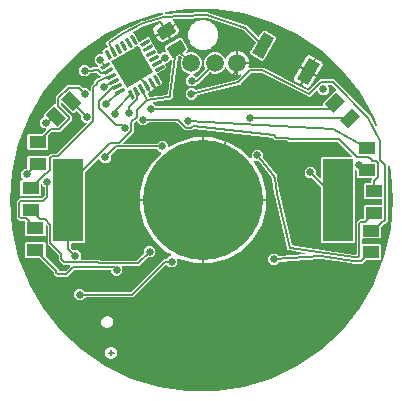
<source format=gbl>
G04 EAGLE Gerber RS-274X export*
G75*
%MOMM*%
%FSLAX34Y34*%
%LPD*%
%INBottom Copper*%
%IPPOS*%
%AMOC8*
5,1,8,0,0,1.08239X$1,22.5*%
G01*
G04 Define Apertures*
%ADD10C,0.152400*%
%ADD11R,2.540000X7.000000*%
%ADD12C,10.160000*%
%ADD13R,1.420200X1.031200*%
%ADD14R,1.031200X1.420200*%
%ADD15C,0.065000*%
%ADD16R,2.600000X2.600000*%
%ADD17R,2.000000X1.050000*%
%ADD18C,0.254000*%
%ADD19C,1.500000*%
%ADD20C,0.654800*%
%ADD21C,0.904800*%
G36*
X146907Y63028D02*
X147136Y63220D01*
X147272Y63485D01*
X147294Y63783D01*
X147249Y63962D01*
X144737Y70362D01*
X144688Y70463D01*
X132617Y91371D01*
X132553Y91464D01*
X117500Y110340D01*
X117424Y110422D01*
X99726Y126844D01*
X99638Y126913D01*
X79690Y140514D01*
X79593Y140570D01*
X57841Y151045D01*
X57737Y151086D01*
X34666Y158202D01*
X34557Y158227D01*
X10683Y161826D01*
X10572Y161834D01*
X-13572Y161834D01*
X-13683Y161826D01*
X-31838Y159089D01*
X-32118Y158987D01*
X-32337Y158783D01*
X-32458Y158511D01*
X-32464Y158212D01*
X-32353Y157935D01*
X-32142Y157724D01*
X-31866Y157611D01*
X-31676Y157599D01*
X-20030Y158376D01*
X-19880Y158417D01*
X-18804Y158458D01*
X-18782Y158459D01*
X-17725Y158529D01*
X-17554Y158505D01*
X2476Y159267D01*
X2780Y159345D01*
X3047Y159477D01*
X3414Y159352D01*
X3683Y159313D01*
X4071Y159328D01*
X4289Y159126D01*
X4559Y158965D01*
X36175Y148273D01*
X36418Y148233D01*
X36861Y148234D01*
X37032Y148064D01*
X37321Y147885D01*
X37549Y147808D01*
X37746Y147410D01*
X37889Y147211D01*
X46450Y138692D01*
X46699Y138528D01*
X46992Y138474D01*
X47284Y138539D01*
X47527Y138712D01*
X47628Y138849D01*
X50375Y143606D01*
X51594Y143933D01*
X61781Y138052D01*
X62108Y136832D01*
X51477Y118419D01*
X50257Y118092D01*
X40071Y123973D01*
X39744Y125193D01*
X44487Y133408D01*
X44582Y133691D01*
X44559Y133989D01*
X44367Y134315D01*
X34808Y143828D01*
X34519Y144006D01*
X3009Y154663D01*
X2740Y154702D01*
X-18544Y153892D01*
X-18565Y153891D01*
X-24918Y153468D01*
X-25206Y153389D01*
X-25441Y153204D01*
X-25585Y152943D01*
X-25615Y152646D01*
X-25518Y152344D01*
X-23772Y149320D01*
X-31361Y144939D01*
X-34980Y151208D01*
X-35077Y151152D01*
X-35072Y151269D01*
X-35175Y151549D01*
X-35380Y151766D01*
X-35653Y151886D01*
X-36035Y151870D01*
X-49620Y147647D01*
X-49740Y147598D01*
X-58976Y142858D01*
X-59210Y142672D01*
X-59351Y142409D01*
X-59380Y142112D01*
X-59290Y141827D01*
X-59096Y141600D01*
X-58828Y141466D01*
X-58725Y141439D01*
X-54766Y134582D01*
X-54568Y134359D01*
X-54299Y134230D01*
X-54001Y134216D01*
X-53742Y134308D01*
X-46885Y138266D01*
X-45406Y137870D01*
X-43665Y134855D01*
X-43749Y134542D01*
X-43767Y134244D01*
X-43668Y133963D01*
X-43466Y133742D01*
X-43218Y133624D01*
X-42906Y133540D01*
X-41165Y130525D01*
X-41249Y130212D01*
X-41267Y129914D01*
X-41168Y129633D01*
X-40966Y129412D01*
X-40718Y129293D01*
X-40406Y129210D01*
X-38665Y126194D01*
X-38749Y125882D01*
X-38767Y125584D01*
X-38668Y125302D01*
X-38466Y125082D01*
X-38218Y124963D01*
X-37906Y124880D01*
X-37313Y123854D01*
X-37116Y123630D01*
X-36846Y123501D01*
X-36548Y123488D01*
X-36268Y123591D01*
X-36134Y123698D01*
X-34359Y125473D01*
X-32127Y125473D01*
X-31834Y125532D01*
X-31588Y125701D01*
X-31427Y125953D01*
X-31377Y126247D01*
X-31477Y126598D01*
X-32602Y128547D01*
X-32003Y130783D01*
X-20100Y137655D01*
X-17865Y137056D01*
X-12897Y128453D01*
X-13496Y126217D01*
X-14344Y125727D01*
X-14567Y125530D01*
X-14696Y125260D01*
X-14710Y124962D01*
X-14606Y124682D01*
X-14401Y124465D01*
X-14128Y124345D01*
X-13830Y124341D01*
X-13682Y124385D01*
X-11730Y125193D01*
X-8140Y125193D01*
X-4824Y123820D01*
X-2285Y121281D01*
X-911Y117964D01*
X-911Y114374D01*
X-2285Y111058D01*
X-4824Y108519D01*
X-7714Y107322D01*
X-7961Y107155D01*
X-8124Y106905D01*
X-8177Y106611D01*
X-8110Y106320D01*
X-7957Y106099D01*
X-6193Y104335D01*
X-5944Y104170D01*
X-5651Y104115D01*
X-5359Y104179D01*
X-5132Y104335D01*
X1899Y111366D01*
X2063Y111615D01*
X2118Y111908D01*
X2061Y112183D01*
X1082Y114546D01*
X1082Y118136D01*
X2456Y121452D01*
X4995Y123991D01*
X8311Y125365D01*
X11901Y125365D01*
X15218Y123991D01*
X17757Y121452D01*
X18164Y120469D01*
X18331Y120222D01*
X18581Y120059D01*
X18875Y120007D01*
X19166Y120073D01*
X19408Y120248D01*
X19550Y120469D01*
X20266Y122199D01*
X23091Y125024D01*
X26781Y126552D01*
X28016Y126552D01*
X28016Y106472D01*
X26781Y106472D01*
X23091Y108001D01*
X20266Y110825D01*
X19621Y112384D01*
X19454Y112631D01*
X19204Y112794D01*
X18910Y112846D01*
X18619Y112780D01*
X18377Y112605D01*
X18235Y112383D01*
X17757Y111229D01*
X15218Y108691D01*
X11901Y107317D01*
X8311Y107317D01*
X5949Y108295D01*
X5656Y108352D01*
X5364Y108291D01*
X5131Y108133D01*
X-4167Y98834D01*
X-4954Y98834D01*
X-5246Y98775D01*
X-5484Y98614D01*
X-7776Y96322D01*
X-11751Y96322D01*
X-14562Y99133D01*
X-14562Y103107D01*
X-11671Y105998D01*
X-11506Y106247D01*
X-11451Y106541D01*
X-11515Y106832D01*
X-11688Y107076D01*
X-11914Y107222D01*
X-15047Y108519D01*
X-17585Y111058D01*
X-18959Y114374D01*
X-18959Y117964D01*
X-18055Y120148D01*
X-17997Y120441D01*
X-18059Y120733D01*
X-18227Y120976D01*
X-19451Y122153D01*
X-19703Y122313D01*
X-19997Y122362D01*
X-20346Y122262D01*
X-20987Y121892D01*
X-21211Y121694D01*
X-21356Y121337D01*
X-25258Y90639D01*
X-25328Y90086D01*
X-25551Y88333D01*
X-25551Y88333D01*
X-25632Y87698D01*
X-28342Y85041D01*
X-30229Y84839D01*
X-41964Y83584D01*
X-42249Y83493D01*
X-42475Y83299D01*
X-42609Y83032D01*
X-42627Y82734D01*
X-42528Y82453D01*
X-42415Y82307D01*
X-40070Y79963D01*
X-39821Y79798D01*
X-39539Y79743D01*
X100580Y79743D01*
X100873Y79802D01*
X101119Y79971D01*
X101280Y80223D01*
X101330Y80493D01*
X101330Y82001D01*
X112351Y93022D01*
X112559Y93164D01*
X112720Y93416D01*
X112770Y93710D01*
X112701Y94001D01*
X112551Y94217D01*
X109273Y97494D01*
X109024Y97659D01*
X108742Y97714D01*
X106720Y97714D01*
X106428Y97655D01*
X106182Y97486D01*
X106021Y97234D01*
X105971Y96940D01*
X106040Y96650D01*
X106190Y96434D01*
X106649Y95975D01*
X106649Y92000D01*
X103838Y89190D01*
X99863Y89190D01*
X97053Y92000D01*
X97053Y92009D01*
X96993Y92302D01*
X96825Y92548D01*
X96573Y92709D01*
X96279Y92759D01*
X95988Y92690D01*
X95772Y92540D01*
X91965Y88732D01*
X91824Y88537D01*
X91621Y88131D01*
X91403Y88058D01*
X91110Y87877D01*
X90947Y87714D01*
X90493Y87714D01*
X90256Y87676D01*
X89825Y87532D01*
X89619Y87635D01*
X89283Y87714D01*
X89053Y87714D01*
X88732Y88035D01*
X88537Y88176D01*
X49619Y107635D01*
X49283Y107714D01*
X41258Y107714D01*
X40965Y107655D01*
X40727Y107494D01*
X31881Y98648D01*
X31768Y98503D01*
X31473Y98012D01*
X31370Y97986D01*
X31022Y97789D01*
X30947Y97714D01*
X30374Y97714D01*
X30192Y97692D01*
X-4634Y88985D01*
X-4903Y88857D01*
X-5101Y88633D01*
X-5202Y88258D01*
X-5202Y88013D01*
X-8013Y85202D01*
X-11987Y85202D01*
X-14798Y88013D01*
X-14798Y91987D01*
X-11987Y94798D01*
X-8013Y94798D01*
X-6757Y93542D01*
X-6508Y93378D01*
X-6215Y93323D01*
X-6045Y93345D01*
X28630Y102014D01*
X28978Y102211D01*
X32316Y105549D01*
X32481Y105797D01*
X32535Y106091D01*
X32471Y106382D01*
X32299Y106626D01*
X32045Y106783D01*
X31750Y106828D01*
X31498Y106772D01*
X30775Y106472D01*
X29540Y106472D01*
X29540Y115750D01*
X38818Y115750D01*
X38818Y114515D01*
X38324Y113323D01*
X38267Y113030D01*
X38329Y112738D01*
X38499Y112493D01*
X38752Y112334D01*
X39017Y112286D01*
X49507Y112286D01*
X49744Y112325D01*
X50175Y112468D01*
X50381Y112365D01*
X50717Y112286D01*
X50947Y112286D01*
X51268Y111965D01*
X51463Y111824D01*
X85950Y94581D01*
X86239Y94503D01*
X86534Y94544D01*
X86791Y94697D01*
X86967Y94938D01*
X87035Y95228D01*
X86985Y95522D01*
X86824Y95774D01*
X86661Y95901D01*
X83464Y97747D01*
X89353Y107947D01*
X95440Y104433D01*
X90420Y95738D01*
X90351Y95532D01*
X90314Y95526D01*
X88150Y94947D01*
X87883Y94814D01*
X87689Y94587D01*
X87599Y94302D01*
X87627Y94005D01*
X87768Y93742D01*
X88009Y93551D01*
X89065Y93023D01*
X89353Y92946D01*
X89649Y92986D01*
X89931Y93164D01*
X91039Y94272D01*
X91204Y94520D01*
X91226Y94640D01*
X91298Y94648D01*
X91599Y94832D01*
X99053Y102286D01*
X110947Y102286D01*
X141110Y72123D01*
X141403Y71942D01*
X141621Y71869D01*
X141824Y71463D01*
X141965Y71268D01*
X142286Y70947D01*
X142286Y70717D01*
X142365Y70381D01*
X145880Y63353D01*
X146064Y63117D01*
X146325Y62973D01*
X146621Y62941D01*
X146907Y63028D01*
G37*
%LPC*%
G36*
X-1331Y127441D02*
X-1497Y127460D01*
X-2494Y127460D01*
X-3763Y127986D01*
X-3883Y128024D01*
X-5581Y128411D01*
X-6352Y129026D01*
X-6532Y129133D01*
X-7103Y129369D01*
X-8339Y130605D01*
X-8402Y130661D01*
X-10056Y131980D01*
X-10318Y132525D01*
X-10464Y132730D01*
X-10631Y132897D01*
X-11443Y134857D01*
X-11460Y134895D01*
X-12540Y137138D01*
X-12540Y142862D01*
X-11460Y145105D01*
X-11443Y145143D01*
X-10631Y147103D01*
X-10464Y147270D01*
X-10318Y147475D01*
X-10056Y148020D01*
X-8402Y149339D01*
X-8339Y149395D01*
X-7103Y150631D01*
X-6532Y150867D01*
X-6352Y150974D01*
X-5581Y151589D01*
X-3883Y151976D01*
X-3763Y152014D01*
X-2494Y152540D01*
X-1497Y152540D01*
X-1331Y152559D01*
X0Y152863D01*
X1331Y152559D01*
X1497Y152540D01*
X2494Y152540D01*
X3763Y152014D01*
X3883Y151976D01*
X5581Y151589D01*
X6352Y150974D01*
X6532Y150867D01*
X7103Y150631D01*
X8339Y149395D01*
X8402Y149339D01*
X10056Y148020D01*
X10318Y147475D01*
X10464Y147270D01*
X10631Y147103D01*
X11443Y145143D01*
X11460Y145105D01*
X12540Y142862D01*
X12540Y137138D01*
X11460Y134895D01*
X11443Y134857D01*
X10631Y132897D01*
X10464Y132730D01*
X10318Y132525D01*
X10056Y131980D01*
X8402Y130661D01*
X8339Y130605D01*
X7103Y129369D01*
X6532Y129133D01*
X6352Y129026D01*
X5581Y128411D01*
X3883Y128024D01*
X3763Y127986D01*
X2494Y127460D01*
X1497Y127460D01*
X1331Y127441D01*
X0Y127138D01*
X-1331Y127441D01*
G37*
G36*
X-42583Y143802D02*
X-41766Y146850D01*
X-36110Y150116D01*
X-32681Y144177D01*
X-40270Y139795D01*
X-42583Y143802D01*
G37*
G36*
X-30599Y143619D02*
X-23010Y148000D01*
X-20697Y143994D01*
X-21514Y140945D01*
X-27170Y137680D01*
X-30599Y143619D01*
G37*
G36*
X-37195Y134469D02*
X-39508Y138475D01*
X-31919Y142857D01*
X-28490Y136918D01*
X-34146Y133652D01*
X-37195Y134469D01*
G37*
G36*
X29540Y117274D02*
X29540Y126552D01*
X30775Y126552D01*
X34465Y125024D01*
X37289Y122199D01*
X38818Y118509D01*
X38818Y117274D01*
X29540Y117274D01*
G37*
G36*
X82709Y113542D02*
X87854Y122454D01*
X89886Y122999D01*
X94684Y120228D01*
X88795Y110028D01*
X82709Y113542D01*
G37*
G36*
X90115Y109266D02*
X96004Y119466D01*
X100802Y116696D01*
X101347Y114664D01*
X96202Y105752D01*
X90115Y109266D01*
G37*
G36*
X77346Y101279D02*
X76802Y103311D01*
X81947Y112223D01*
X88033Y108709D01*
X82144Y98509D01*
X77346Y101279D01*
G37*
%LPD*%
G36*
X10683Y-161826D02*
X34557Y-158227D01*
X34666Y-158202D01*
X57737Y-151086D01*
X57841Y-151045D01*
X79593Y-140570D01*
X79690Y-140514D01*
X99638Y-126913D01*
X99726Y-126844D01*
X117424Y-110422D01*
X117500Y-110340D01*
X132553Y-91464D01*
X132617Y-91371D01*
X144688Y-70463D01*
X144737Y-70362D01*
X153557Y-47888D01*
X153590Y-47780D01*
X158963Y-24243D01*
X158979Y-24132D01*
X160784Y-56D01*
X160784Y56D01*
X158979Y24132D01*
X158963Y24243D01*
X157934Y28749D01*
X157811Y29021D01*
X157592Y29223D01*
X157311Y29324D01*
X157013Y29307D01*
X156745Y29176D01*
X156550Y28950D01*
X156453Y28582D01*
X156453Y-17515D01*
X153775Y-20193D01*
X153351Y-20193D01*
X153058Y-20252D01*
X152820Y-20413D01*
X152281Y-20952D01*
X152074Y-21344D01*
X152073Y-21352D01*
X151524Y-21727D01*
X151417Y-21816D01*
X150809Y-22424D01*
X150677Y-22514D01*
X150517Y-22766D01*
X150466Y-23036D01*
X150466Y-31372D01*
X149573Y-32265D01*
X135490Y-32265D01*
X135198Y-32324D01*
X134951Y-32493D01*
X134791Y-32744D01*
X134740Y-33015D01*
X134740Y-36545D01*
X134800Y-36837D01*
X134968Y-37083D01*
X135220Y-37244D01*
X135490Y-37295D01*
X149573Y-37295D01*
X150466Y-38188D01*
X150466Y-49762D01*
X149573Y-50655D01*
X138297Y-50655D01*
X138005Y-50714D01*
X137767Y-50874D01*
X134925Y-53716D01*
X130770Y-53716D01*
X130477Y-53775D01*
X130323Y-53863D01*
X130209Y-53948D01*
X128783Y-53737D01*
X128783Y-53736D01*
X128699Y-53724D01*
X128589Y-53716D01*
X126151Y-53716D01*
X125891Y-53457D01*
X125642Y-53292D01*
X125471Y-53245D01*
X99552Y-49399D01*
X99387Y-49392D01*
X65128Y-51915D01*
X64841Y-51995D01*
X64653Y-52132D01*
X61987Y-54798D01*
X58013Y-54798D01*
X55202Y-51987D01*
X55202Y-48013D01*
X58013Y-45202D01*
X61987Y-45202D01*
X63942Y-47157D01*
X64191Y-47322D01*
X64528Y-47374D01*
X85953Y-45797D01*
X86240Y-45716D01*
X86473Y-45530D01*
X86615Y-45267D01*
X86644Y-44970D01*
X86554Y-44686D01*
X86360Y-44459D01*
X86008Y-44307D01*
X80748Y-43527D01*
X80748Y-43527D01*
X73442Y-42443D01*
X73162Y-42454D01*
X72801Y-42537D01*
X72534Y-42371D01*
X72247Y-42265D01*
X71935Y-42219D01*
X71715Y-41921D01*
X71509Y-41731D01*
X71194Y-41535D01*
X71123Y-41228D01*
X70995Y-40951D01*
X70807Y-40698D01*
X70862Y-40331D01*
X70850Y-40052D01*
X60797Y3329D01*
X60673Y3600D01*
X60662Y3611D01*
X60528Y4482D01*
X60517Y4537D01*
X60314Y5412D01*
X60338Y5476D01*
X60338Y5708D01*
X58496Y17631D01*
X58496Y17631D01*
X58303Y18874D01*
X58248Y19063D01*
X58219Y19129D01*
X58117Y19296D01*
X57896Y19570D01*
X46998Y33081D01*
X46768Y33271D01*
X46414Y33360D01*
X43630Y33360D01*
X43338Y33301D01*
X43092Y33132D01*
X42931Y32881D01*
X42881Y32586D01*
X42981Y32235D01*
X49705Y20588D01*
X53340Y7022D01*
X53340Y762D01*
X762Y762D01*
X762Y53340D01*
X7022Y53340D01*
X20588Y49705D01*
X32752Y42683D01*
X39762Y35672D01*
X40011Y35508D01*
X40304Y35453D01*
X40596Y35517D01*
X40839Y35690D01*
X40996Y35944D01*
X41042Y36203D01*
X41042Y40146D01*
X43853Y42956D01*
X47827Y42956D01*
X50638Y40146D01*
X50638Y36116D01*
X50697Y35823D01*
X50804Y35645D01*
X62465Y21188D01*
X62598Y21023D01*
X62822Y19572D01*
X63014Y18329D01*
X65011Y5404D01*
X65022Y5349D01*
X74968Y-37566D01*
X75092Y-37838D01*
X75312Y-38040D01*
X75588Y-38139D01*
X78931Y-38635D01*
X78931Y-38635D01*
X127898Y-45902D01*
X127898Y-45902D01*
X129124Y-46084D01*
X129422Y-46068D01*
X129690Y-45937D01*
X129886Y-45712D01*
X129984Y-45342D01*
X129984Y-45290D01*
X130113Y-45094D01*
X130168Y-44813D01*
X130168Y-18535D01*
X132846Y-15857D01*
X135405Y-15857D01*
X135698Y-15797D01*
X135944Y-15629D01*
X136105Y-15377D01*
X136155Y-15107D01*
X136155Y-4678D01*
X137048Y-3785D01*
X151131Y-3785D01*
X151424Y-3726D01*
X151670Y-3557D01*
X151831Y-3305D01*
X151881Y-3035D01*
X151881Y495D01*
X151822Y788D01*
X151653Y1034D01*
X151401Y1195D01*
X151131Y1245D01*
X137048Y1245D01*
X136155Y2138D01*
X136155Y13712D01*
X137048Y14605D01*
X141744Y14605D01*
X142037Y14664D01*
X142283Y14833D01*
X142444Y15085D01*
X142494Y15355D01*
X142494Y17293D01*
X142955Y17754D01*
X143120Y18003D01*
X143175Y18296D01*
X143110Y18588D01*
X142938Y18831D01*
X142684Y18988D01*
X142425Y19034D01*
X130926Y19034D01*
X130033Y19927D01*
X130033Y24669D01*
X129974Y24961D01*
X129814Y25199D01*
X129804Y25208D01*
X129555Y25373D01*
X129262Y25428D01*
X128971Y25364D01*
X128727Y25191D01*
X128570Y24937D01*
X128524Y24678D01*
X128524Y-35631D01*
X127631Y-36524D01*
X100969Y-36524D01*
X100076Y-35631D01*
X100076Y10842D01*
X100017Y11135D01*
X99856Y11373D01*
X92567Y18663D01*
X92318Y18827D01*
X92036Y18882D01*
X88843Y18882D01*
X86032Y21693D01*
X86032Y25668D01*
X88843Y28478D01*
X92818Y28478D01*
X95628Y25668D01*
X95628Y22377D01*
X95688Y22085D01*
X95848Y21847D01*
X98796Y18899D01*
X99045Y18734D01*
X99338Y18680D01*
X99630Y18744D01*
X99873Y18916D01*
X100030Y19170D01*
X100076Y19430D01*
X100076Y35631D01*
X100969Y36524D01*
X125705Y36524D01*
X125998Y36583D01*
X126244Y36752D01*
X126405Y37004D01*
X126455Y37298D01*
X126386Y37588D01*
X126236Y37804D01*
X114525Y49515D01*
X114276Y49679D01*
X113995Y49734D01*
X71660Y49734D01*
X70819Y50575D01*
X70570Y50740D01*
X70289Y50795D01*
X61126Y50795D01*
X59385Y52536D01*
X59137Y52700D01*
X58940Y52750D01*
X-7643Y60343D01*
X-7940Y60318D01*
X-8258Y60129D01*
X-9168Y59219D01*
X-15668Y59219D01*
X-22121Y65672D01*
X-22370Y65837D01*
X-22652Y65892D01*
X-46134Y65892D01*
X-46427Y65832D01*
X-46664Y65672D01*
X-48957Y63380D01*
X-52932Y63380D01*
X-55742Y66190D01*
X-55742Y66199D01*
X-55802Y66492D01*
X-55970Y66738D01*
X-56222Y66899D01*
X-56516Y66949D01*
X-56807Y66880D01*
X-57023Y66729D01*
X-58388Y65364D01*
X-58553Y65115D01*
X-58608Y64833D01*
X-58608Y57755D01*
X-67241Y49122D01*
X-67406Y48874D01*
X-67460Y48580D01*
X-67396Y48289D01*
X-67224Y48045D01*
X-66970Y47888D01*
X-66710Y47842D01*
X-39422Y47842D01*
X-39129Y47901D01*
X-38891Y48062D01*
X-36599Y50354D01*
X-32624Y50354D01*
X-29814Y47543D01*
X-29814Y45678D01*
X-29754Y45385D01*
X-29585Y45139D01*
X-29334Y44978D01*
X-29040Y44928D01*
X-28689Y45028D01*
X-20588Y49705D01*
X-7022Y53340D01*
X-762Y53340D01*
X-762Y762D01*
X-53340Y762D01*
X-53340Y7022D01*
X-49705Y20588D01*
X-42683Y32752D01*
X-35956Y39478D01*
X-35792Y39727D01*
X-35737Y40020D01*
X-35801Y40312D01*
X-35974Y40555D01*
X-36228Y40712D01*
X-36487Y40758D01*
X-36599Y40758D01*
X-38891Y43050D01*
X-39140Y43215D01*
X-39422Y43270D01*
X-72321Y43270D01*
X-72613Y43211D01*
X-72851Y43050D01*
X-77834Y38067D01*
X-77999Y37819D01*
X-78054Y37537D01*
X-78054Y34295D01*
X-80864Y31485D01*
X-84839Y31485D01*
X-87650Y34295D01*
X-87650Y34304D01*
X-87709Y34597D01*
X-87878Y34843D01*
X-88129Y35004D01*
X-88423Y35054D01*
X-88714Y34985D01*
X-88930Y34834D01*
X-99856Y23908D01*
X-100021Y23659D01*
X-100076Y23378D01*
X-100076Y-35631D01*
X-100969Y-36524D01*
X-111264Y-36524D01*
X-111557Y-36583D01*
X-111803Y-36752D01*
X-111964Y-37004D01*
X-112014Y-37274D01*
X-112014Y-39598D01*
X-111955Y-39890D01*
X-111794Y-40128D01*
X-109901Y-42021D01*
X-109652Y-42186D01*
X-109371Y-42241D01*
X-106129Y-42241D01*
X-103318Y-45052D01*
X-103318Y-49026D01*
X-103325Y-49033D01*
X-103490Y-49282D01*
X-103544Y-49575D01*
X-103480Y-49867D01*
X-103307Y-50110D01*
X-103054Y-50267D01*
X-102794Y-50313D01*
X-88129Y-50313D01*
X-87490Y-50952D01*
X-87241Y-51117D01*
X-86960Y-51172D01*
X-56208Y-51172D01*
X-55915Y-51112D01*
X-55678Y-50952D01*
X-50092Y-45367D01*
X-49927Y-45118D01*
X-49873Y-44837D01*
X-49873Y-41595D01*
X-47062Y-38784D01*
X-43087Y-38784D01*
X-40277Y-41595D01*
X-40277Y-45569D01*
X-43087Y-48380D01*
X-46329Y-48380D01*
X-46622Y-48439D01*
X-46859Y-48600D01*
X-54004Y-55744D01*
X-67819Y-55744D01*
X-68111Y-55803D01*
X-68357Y-55972D01*
X-68518Y-56223D01*
X-68568Y-56518D01*
X-68500Y-56808D01*
X-68349Y-57024D01*
X-68343Y-57030D01*
X-68343Y-61005D01*
X-71153Y-63816D01*
X-75128Y-63816D01*
X-77939Y-61005D01*
X-77939Y-59542D01*
X-77998Y-59249D01*
X-78167Y-59003D01*
X-78418Y-58842D01*
X-78689Y-58792D01*
X-108539Y-58792D01*
X-108832Y-58851D01*
X-109070Y-59011D01*
X-114896Y-64838D01*
X-117201Y-64838D01*
X-117374Y-64859D01*
X-118468Y-65119D01*
X-118743Y-64950D01*
X-119136Y-64838D01*
X-123781Y-64838D01*
X-126460Y-62160D01*
X-126460Y-60790D01*
X-126519Y-60497D01*
X-126679Y-60259D01*
X-138211Y-48728D01*
X-138460Y-48563D01*
X-138741Y-48508D01*
X-149610Y-48508D01*
X-150503Y-47615D01*
X-150503Y-36041D01*
X-149610Y-35148D01*
X-134146Y-35148D01*
X-133253Y-36041D01*
X-133253Y-46909D01*
X-133194Y-47202D01*
X-133033Y-47440D01*
X-121888Y-58585D01*
X-121888Y-59516D01*
X-121828Y-59809D01*
X-121660Y-60055D01*
X-121408Y-60216D01*
X-121138Y-60266D01*
X-118632Y-60266D01*
X-118458Y-60246D01*
X-117857Y-60103D01*
X-117667Y-60172D01*
X-117381Y-60161D01*
X-117091Y-60092D01*
X-117060Y-60104D01*
X-116762Y-60089D01*
X-116416Y-59893D01*
X-112689Y-56165D01*
X-112524Y-55917D01*
X-112470Y-55623D01*
X-112534Y-55332D01*
X-112706Y-55088D01*
X-112960Y-54931D01*
X-113220Y-54885D01*
X-118348Y-54885D01*
X-122286Y-50947D01*
X-122286Y-46490D01*
X-122345Y-46198D01*
X-122506Y-45960D01*
X-131572Y-36894D01*
X-131572Y-21798D01*
X-131631Y-21505D01*
X-131792Y-21267D01*
X-131973Y-21086D01*
X-132221Y-20921D01*
X-132515Y-20867D01*
X-132806Y-20931D01*
X-133050Y-21103D01*
X-133207Y-21357D01*
X-133253Y-21617D01*
X-133253Y-29225D01*
X-134146Y-30118D01*
X-149610Y-30118D01*
X-150503Y-29225D01*
X-150503Y-18403D01*
X-150562Y-18110D01*
X-150731Y-17864D01*
X-150983Y-17703D01*
X-151253Y-17653D01*
X-155045Y-17653D01*
X-157723Y-14975D01*
X-157723Y-875D01*
X-155045Y1803D01*
X-136581Y1803D01*
X-136289Y1862D01*
X-136051Y2023D01*
X-134304Y3770D01*
X-134139Y4019D01*
X-134084Y4300D01*
X-134084Y10963D01*
X-134143Y11255D01*
X-134304Y11493D01*
X-136145Y13334D01*
X-136394Y13499D01*
X-136687Y13553D01*
X-136979Y13489D01*
X-137222Y13317D01*
X-137379Y13063D01*
X-137425Y12804D01*
X-137425Y4678D01*
X-138318Y3785D01*
X-153782Y3785D01*
X-154675Y4678D01*
X-154675Y16252D01*
X-153782Y17145D01*
X-152961Y17145D01*
X-152669Y17204D01*
X-152422Y17373D01*
X-152261Y17625D01*
X-152211Y17919D01*
X-152280Y18209D01*
X-152431Y18425D01*
X-154110Y20105D01*
X-154110Y24079D01*
X-151299Y26890D01*
X-149375Y26890D01*
X-149082Y26950D01*
X-148836Y27118D01*
X-148675Y27370D01*
X-148625Y27640D01*
X-148625Y36592D01*
X-147732Y37485D01*
X-132268Y37485D01*
X-132155Y37372D01*
X-131906Y37207D01*
X-131612Y37152D01*
X-131321Y37216D01*
X-131094Y37372D01*
X-130453Y38013D01*
X-128894Y39572D01*
X-123972Y39572D01*
X-123679Y39631D01*
X-123441Y39792D01*
X-98785Y64448D01*
X-98620Y64697D01*
X-98566Y64990D01*
X-98630Y65282D01*
X-98802Y65525D01*
X-99056Y65682D01*
X-99316Y65728D01*
X-100367Y65728D01*
X-103178Y68539D01*
X-103178Y71780D01*
X-103237Y72073D01*
X-103397Y72311D01*
X-106759Y75673D01*
X-107008Y75837D01*
X-107302Y75892D01*
X-107593Y75828D01*
X-107820Y75673D01*
X-109572Y73921D01*
X-110834Y73921D01*
X-118965Y82052D01*
X-119214Y82216D01*
X-119507Y82271D01*
X-119799Y82207D01*
X-120042Y82034D01*
X-120199Y81780D01*
X-120245Y81521D01*
X-120245Y80840D01*
X-120186Y80547D01*
X-120025Y80309D01*
X-111343Y71627D01*
X-111343Y67839D01*
X-121313Y57869D01*
X-127782Y57869D01*
X-128075Y57810D01*
X-128313Y57649D01*
X-131155Y54807D01*
X-131320Y54558D01*
X-131375Y54276D01*
X-131375Y43408D01*
X-132268Y42515D01*
X-147732Y42515D01*
X-148625Y43408D01*
X-148625Y54982D01*
X-147732Y55875D01*
X-136864Y55875D01*
X-136571Y55934D01*
X-136333Y56095D01*
X-132808Y59620D01*
X-132643Y59869D01*
X-132588Y60162D01*
X-132652Y60454D01*
X-132825Y60697D01*
X-133079Y60854D01*
X-133338Y60901D01*
X-135110Y60901D01*
X-137921Y63711D01*
X-137921Y67686D01*
X-135080Y70527D01*
X-134935Y70556D01*
X-134689Y70725D01*
X-134528Y70976D01*
X-134478Y71270D01*
X-134547Y71561D01*
X-134698Y71777D01*
X-134773Y71852D01*
X-134773Y73115D01*
X-126588Y81299D01*
X-125567Y81299D01*
X-125275Y81359D01*
X-125028Y81527D01*
X-124868Y81779D01*
X-124817Y82049D01*
X-124817Y87381D01*
X-114847Y97351D01*
X-104476Y97351D01*
X-102131Y95006D01*
X-101882Y94841D01*
X-101601Y94786D01*
X-98359Y94786D01*
X-96386Y92813D01*
X-96137Y92648D01*
X-95844Y92594D01*
X-95552Y92658D01*
X-95309Y92830D01*
X-95152Y93084D01*
X-95106Y93343D01*
X-95106Y96577D01*
X-92645Y99037D01*
X-92480Y99286D01*
X-92426Y99580D01*
X-92479Y99799D01*
X-92325Y100257D01*
X-92286Y100496D01*
X-92286Y100947D01*
X-92121Y101112D01*
X-91940Y101404D01*
X-91866Y101625D01*
X-91462Y101826D01*
X-91266Y101967D01*
X-90947Y102286D01*
X-90713Y102286D01*
X-90379Y102364D01*
X-86809Y104139D01*
X-86574Y104322D01*
X-86429Y104583D01*
X-86397Y104880D01*
X-86483Y105166D01*
X-86674Y105395D01*
X-86939Y105532D01*
X-87143Y105561D01*
X-87264Y105561D01*
X-89664Y107961D01*
X-89913Y108126D01*
X-90195Y108181D01*
X-91525Y108181D01*
X-91818Y108122D01*
X-92055Y107961D01*
X-92433Y107584D01*
X-95265Y107584D01*
X-95558Y107524D01*
X-95795Y107364D01*
X-98088Y105072D01*
X-102063Y105072D01*
X-104873Y107882D01*
X-104873Y111857D01*
X-102063Y114668D01*
X-98088Y114668D01*
X-95795Y112375D01*
X-95547Y112211D01*
X-95265Y112156D01*
X-94638Y112156D01*
X-94345Y112215D01*
X-94107Y112375D01*
X-93730Y112753D01*
X-89422Y112753D01*
X-89130Y112812D01*
X-88883Y112981D01*
X-88698Y113309D01*
X-88613Y113624D01*
X-88595Y113922D01*
X-88694Y114204D01*
X-88807Y114349D01*
X-91624Y117165D01*
X-91624Y121140D01*
X-88813Y123951D01*
X-85316Y123951D01*
X-85024Y124010D01*
X-84777Y124179D01*
X-84617Y124430D01*
X-84567Y124725D01*
X-84667Y125076D01*
X-85266Y126115D01*
X-84870Y127594D01*
X-81855Y129335D01*
X-81701Y129294D01*
X-81403Y129276D01*
X-81121Y129375D01*
X-80901Y129576D01*
X-80776Y129847D01*
X-80768Y130146D01*
X-80832Y130346D01*
X-81528Y131779D01*
X-81584Y131875D01*
X-82003Y132487D01*
X-82007Y132715D01*
X-82044Y132823D01*
X-81805Y133515D01*
X-81776Y133623D01*
X-81640Y134351D01*
X-81481Y134515D01*
X-81431Y134618D01*
X-80773Y134939D01*
X-80677Y134994D01*
X-70777Y141774D01*
X-70569Y141988D01*
X-70532Y142067D01*
X-69843Y142421D01*
X-69762Y142469D01*
X-69112Y142914D01*
X-68930Y142917D01*
X-68748Y142982D01*
X-52447Y151348D01*
X-52214Y151534D01*
X-52134Y151653D01*
X-51479Y151857D01*
X-51359Y151906D01*
X-50747Y152220D01*
X-50467Y152189D01*
X-50311Y152220D01*
X-34444Y157152D01*
X-34102Y157374D01*
X-34065Y157416D01*
X-33918Y157675D01*
X-33882Y157972D01*
X-33966Y158258D01*
X-34154Y158490D01*
X-34418Y158629D01*
X-34742Y158652D01*
X-37557Y158227D01*
X-37666Y158202D01*
X-60737Y151086D01*
X-60841Y151045D01*
X-82593Y140570D01*
X-82690Y140514D01*
X-102638Y126913D01*
X-102726Y126844D01*
X-120424Y110422D01*
X-120500Y110340D01*
X-135553Y91464D01*
X-135617Y91371D01*
X-147688Y70463D01*
X-147737Y70362D01*
X-156557Y47888D01*
X-156590Y47780D01*
X-161963Y24243D01*
X-161979Y24132D01*
X-163784Y56D01*
X-163784Y-56D01*
X-161979Y-24132D01*
X-161963Y-24243D01*
X-156590Y-47780D01*
X-156557Y-47888D01*
X-147737Y-70362D01*
X-147688Y-70463D01*
X-135617Y-91371D01*
X-135553Y-91464D01*
X-120500Y-110340D01*
X-120424Y-110422D01*
X-102726Y-126844D01*
X-102638Y-126913D01*
X-82690Y-140514D01*
X-82593Y-140570D01*
X-60841Y-151045D01*
X-60737Y-151086D01*
X-37666Y-158202D01*
X-37557Y-158227D01*
X-13683Y-161826D01*
X-13572Y-161834D01*
X10572Y-161834D01*
X10683Y-161826D01*
G37*
%LPC*%
G36*
X762Y-53340D02*
X762Y-762D01*
X53340Y-762D01*
X53340Y-7022D01*
X49705Y-20588D01*
X42683Y-32752D01*
X32752Y-42683D01*
X20588Y-49705D01*
X7022Y-53340D01*
X762Y-53340D01*
G37*
G36*
X-106244Y-84759D02*
X-109055Y-81949D01*
X-109055Y-77974D01*
X-106244Y-75163D01*
X-102269Y-75163D01*
X-99977Y-77456D01*
X-99728Y-77620D01*
X-99447Y-77675D01*
X-61219Y-77675D01*
X-60926Y-77616D01*
X-60688Y-77456D01*
X-32876Y-49643D01*
X-31509Y-49643D01*
X-31216Y-49583D01*
X-30978Y-49423D01*
X-28686Y-47131D01*
X-27846Y-47131D01*
X-27554Y-47071D01*
X-27307Y-46903D01*
X-27147Y-46651D01*
X-27097Y-46357D01*
X-27165Y-46066D01*
X-27342Y-45826D01*
X-27471Y-45731D01*
X-32752Y-42683D01*
X-42683Y-32752D01*
X-49705Y-20588D01*
X-53340Y-7022D01*
X-53340Y-762D01*
X-762Y-762D01*
X-762Y-53340D01*
X-7022Y-53340D01*
X-20588Y-49705D01*
X-20776Y-49597D01*
X-21059Y-49502D01*
X-21356Y-49525D01*
X-21621Y-49662D01*
X-21812Y-49892D01*
X-21901Y-50246D01*
X-21901Y-53916D01*
X-24711Y-56727D01*
X-28686Y-56727D01*
X-30560Y-54853D01*
X-30809Y-54688D01*
X-31102Y-54634D01*
X-31394Y-54698D01*
X-31620Y-54853D01*
X-59014Y-82247D01*
X-99447Y-82247D01*
X-99739Y-82307D01*
X-99977Y-82467D01*
X-102269Y-84759D01*
X-106244Y-84759D01*
G37*
G36*
X-84160Y-107400D02*
X-86120Y-104703D01*
X-86120Y-101369D01*
X-84160Y-98672D01*
X-80990Y-97642D01*
X-77820Y-98672D01*
X-75860Y-101369D01*
X-75860Y-104703D01*
X-77820Y-107400D01*
X-80990Y-108430D01*
X-84160Y-107400D01*
G37*
G36*
X-81066Y-133573D02*
X-83026Y-130876D01*
X-83026Y-127543D01*
X-81066Y-124846D01*
X-77896Y-123816D01*
X-74726Y-124846D01*
X-72766Y-127543D01*
X-72766Y-130876D01*
X-74726Y-133573D01*
X-77896Y-134603D01*
X-81066Y-133573D01*
G37*
%LPD*%
G36*
X-30716Y89385D02*
X-30475Y89453D01*
X-30393Y89491D01*
X-30154Y89670D01*
X-30041Y89836D01*
X-30001Y89918D01*
X-29928Y90157D01*
X-26393Y117969D01*
X-26415Y118267D01*
X-26551Y118532D01*
X-26780Y118723D01*
X-27066Y118810D01*
X-27363Y118779D01*
X-27667Y118594D01*
X-30384Y115877D01*
X-31409Y115877D01*
X-31702Y115818D01*
X-31948Y115649D01*
X-32109Y115397D01*
X-32159Y115103D01*
X-32059Y114752D01*
X-31165Y113204D01*
X-31561Y111724D01*
X-38418Y107766D01*
X-38641Y107568D01*
X-38770Y107299D01*
X-38784Y107001D01*
X-38692Y106742D01*
X-34734Y99885D01*
X-35130Y98406D01*
X-38145Y96665D01*
X-38458Y96749D01*
X-38756Y96767D01*
X-39037Y96668D01*
X-39258Y96466D01*
X-39376Y96218D01*
X-39460Y95906D01*
X-42277Y94279D01*
X-42501Y94082D01*
X-42626Y93824D01*
X-42918Y92736D01*
X-44130Y92036D01*
X-47806Y98403D01*
X-49126Y97641D01*
X-45450Y91274D01*
X-46580Y90622D01*
X-46804Y90424D01*
X-46933Y90155D01*
X-46946Y89857D01*
X-46860Y89607D01*
X-46074Y88200D01*
X-45880Y87974D01*
X-45612Y87841D01*
X-45340Y87820D01*
X-30716Y89385D01*
G37*
D10*
X-75692Y-129095D02*
X-80009Y-129095D01*
X-77850Y-131253D02*
X-77850Y-126936D01*
D11*
X114300Y0D03*
X-114300Y0D03*
D12*
X0Y0D03*
D13*
X-146050Y10465D03*
X-146050Y-7925D03*
D14*
G36*
X110146Y74078D02*
X102854Y81370D01*
X112896Y91412D01*
X120188Y84120D01*
X110146Y74078D01*
G37*
G36*
X123150Y61074D02*
X115858Y68366D01*
X125900Y78408D01*
X133192Y71116D01*
X123150Y61074D01*
G37*
D13*
X144780Y7925D03*
X144780Y-10465D03*
D14*
G36*
X-115915Y69733D02*
X-123207Y62441D01*
X-133249Y72483D01*
X-125957Y79775D01*
X-115915Y69733D01*
G37*
G36*
X-102911Y82737D02*
X-110203Y75445D01*
X-120245Y85487D01*
X-112953Y92779D01*
X-102911Y82737D01*
G37*
D15*
X-73376Y89719D02*
X-66925Y93443D01*
X-73376Y89719D02*
X-74351Y91407D01*
X-67900Y95131D01*
X-66925Y93443D01*
X-72307Y90336D02*
X-73732Y90336D01*
X-74089Y90953D02*
X-71238Y90953D01*
X-70170Y91570D02*
X-74069Y91570D01*
X-73000Y92187D02*
X-69101Y92187D01*
X-68032Y92804D02*
X-71931Y92804D01*
X-70862Y93421D02*
X-66963Y93421D01*
X-67269Y94038D02*
X-69793Y94038D01*
X-68725Y94655D02*
X-67625Y94655D01*
X-69425Y97773D02*
X-75876Y94049D01*
X-76851Y95737D01*
X-70400Y99461D01*
X-69425Y97773D01*
X-74807Y94666D02*
X-76232Y94666D01*
X-76589Y95283D02*
X-73738Y95283D01*
X-72670Y95900D02*
X-76569Y95900D01*
X-75500Y96517D02*
X-71601Y96517D01*
X-70532Y97134D02*
X-74431Y97134D01*
X-73362Y97751D02*
X-69463Y97751D01*
X-69769Y98368D02*
X-72293Y98368D01*
X-71225Y98985D02*
X-70125Y98985D01*
X-71925Y102103D02*
X-78376Y98379D01*
X-79351Y100067D01*
X-72900Y103791D01*
X-71925Y102103D01*
X-77307Y98996D02*
X-78732Y98996D01*
X-79089Y99613D02*
X-76238Y99613D01*
X-75170Y100230D02*
X-79069Y100230D01*
X-78000Y100847D02*
X-74101Y100847D01*
X-73032Y101464D02*
X-76931Y101464D01*
X-75862Y102081D02*
X-71963Y102081D01*
X-72269Y102698D02*
X-74793Y102698D01*
X-73725Y103315D02*
X-72625Y103315D01*
X-74425Y106433D02*
X-80876Y102709D01*
X-81851Y104397D01*
X-75400Y108121D01*
X-74425Y106433D01*
X-79807Y103326D02*
X-81232Y103326D01*
X-81589Y103943D02*
X-78738Y103943D01*
X-77670Y104560D02*
X-81569Y104560D01*
X-80500Y105177D02*
X-76601Y105177D01*
X-75532Y105794D02*
X-79431Y105794D01*
X-78362Y106411D02*
X-74463Y106411D01*
X-74769Y107028D02*
X-77293Y107028D01*
X-76225Y107645D02*
X-75125Y107645D01*
X-76925Y110763D02*
X-83376Y107039D01*
X-84351Y108727D01*
X-77900Y112451D01*
X-76925Y110763D01*
X-82307Y107656D02*
X-83732Y107656D01*
X-84089Y108273D02*
X-81238Y108273D01*
X-80170Y108890D02*
X-84069Y108890D01*
X-83000Y109507D02*
X-79101Y109507D01*
X-78032Y110124D02*
X-81931Y110124D01*
X-80862Y110741D02*
X-76963Y110741D01*
X-77269Y111358D02*
X-79793Y111358D01*
X-78725Y111975D02*
X-77625Y111975D01*
X-79425Y115093D02*
X-85876Y111369D01*
X-86851Y113057D01*
X-80400Y116781D01*
X-79425Y115093D01*
X-84807Y111986D02*
X-86232Y111986D01*
X-86589Y112603D02*
X-83738Y112603D01*
X-82670Y113220D02*
X-86569Y113220D01*
X-85500Y113837D02*
X-81601Y113837D01*
X-80532Y114454D02*
X-84431Y114454D01*
X-83362Y115071D02*
X-79463Y115071D01*
X-79769Y115688D02*
X-82293Y115688D01*
X-81225Y116305D02*
X-80125Y116305D01*
X-52101Y130869D02*
X-45650Y134593D01*
X-52101Y130869D02*
X-53076Y132557D01*
X-46625Y136281D01*
X-45650Y134593D01*
X-51032Y131486D02*
X-52457Y131486D01*
X-52814Y132103D02*
X-49963Y132103D01*
X-48895Y132720D02*
X-52794Y132720D01*
X-51725Y133337D02*
X-47826Y133337D01*
X-46757Y133954D02*
X-50656Y133954D01*
X-49587Y134571D02*
X-45688Y134571D01*
X-45994Y135188D02*
X-48518Y135188D01*
X-47450Y135805D02*
X-46350Y135805D01*
X-43150Y130263D02*
X-49601Y126539D01*
X-50576Y128227D01*
X-44125Y131951D01*
X-43150Y130263D01*
X-48532Y127156D02*
X-49957Y127156D01*
X-50314Y127773D02*
X-47463Y127773D01*
X-46395Y128390D02*
X-50294Y128390D01*
X-49225Y129007D02*
X-45326Y129007D01*
X-44257Y129624D02*
X-48156Y129624D01*
X-47087Y130241D02*
X-43188Y130241D01*
X-43494Y130858D02*
X-46018Y130858D01*
X-44950Y131475D02*
X-43850Y131475D01*
X-40650Y125933D02*
X-47101Y122209D01*
X-48076Y123897D01*
X-41625Y127621D01*
X-40650Y125933D01*
X-46032Y122826D02*
X-47457Y122826D01*
X-47814Y123443D02*
X-44963Y123443D01*
X-43895Y124060D02*
X-47794Y124060D01*
X-46725Y124677D02*
X-42826Y124677D01*
X-41757Y125294D02*
X-45656Y125294D01*
X-44587Y125911D02*
X-40688Y125911D01*
X-40994Y126528D02*
X-43518Y126528D01*
X-42450Y127145D02*
X-41350Y127145D01*
X-38150Y121603D02*
X-44601Y117879D01*
X-45576Y119567D01*
X-39125Y123291D01*
X-38150Y121603D01*
X-43532Y118496D02*
X-44957Y118496D01*
X-45314Y119113D02*
X-42463Y119113D01*
X-41395Y119730D02*
X-45294Y119730D01*
X-44225Y120347D02*
X-40326Y120347D01*
X-39257Y120964D02*
X-43156Y120964D01*
X-42087Y121581D02*
X-38188Y121581D01*
X-38494Y122198D02*
X-41018Y122198D01*
X-39950Y122815D02*
X-38850Y122815D01*
X-35650Y117273D02*
X-42101Y113549D01*
X-43076Y115237D01*
X-36625Y118961D01*
X-35650Y117273D01*
X-41032Y114166D02*
X-42457Y114166D01*
X-42814Y114783D02*
X-39963Y114783D01*
X-38895Y115400D02*
X-42794Y115400D01*
X-41725Y116017D02*
X-37826Y116017D01*
X-36757Y116634D02*
X-40656Y116634D01*
X-39587Y117251D02*
X-35688Y117251D01*
X-35994Y117868D02*
X-38518Y117868D01*
X-37450Y118485D02*
X-36350Y118485D01*
X-33150Y112943D02*
X-39601Y109219D01*
X-40576Y110907D01*
X-34125Y114631D01*
X-33150Y112943D01*
X-38532Y109836D02*
X-39957Y109836D01*
X-40314Y110453D02*
X-37463Y110453D01*
X-36395Y111070D02*
X-40294Y111070D01*
X-39225Y111687D02*
X-35326Y111687D01*
X-34257Y112304D02*
X-38156Y112304D01*
X-37087Y112921D02*
X-33188Y112921D01*
X-33494Y113538D02*
X-36018Y113538D01*
X-34950Y114155D02*
X-33850Y114155D01*
X-40443Y106076D02*
X-36719Y99625D01*
X-38407Y98650D01*
X-42131Y105101D01*
X-40443Y106076D01*
X-38763Y99267D02*
X-37339Y99267D01*
X-36869Y99884D02*
X-39119Y99884D01*
X-39476Y100501D02*
X-37225Y100501D01*
X-37581Y101118D02*
X-39832Y101118D01*
X-40188Y101735D02*
X-37937Y101735D01*
X-38293Y102352D02*
X-40544Y102352D01*
X-40900Y102969D02*
X-38649Y102969D01*
X-39006Y103586D02*
X-41256Y103586D01*
X-41613Y104203D02*
X-39362Y104203D01*
X-39718Y104820D02*
X-41969Y104820D01*
X-41549Y105437D02*
X-40074Y105437D01*
X-40430Y106054D02*
X-40481Y106054D01*
X-44773Y103576D02*
X-41049Y97125D01*
X-42737Y96150D01*
X-46461Y102601D01*
X-44773Y103576D01*
X-43093Y96767D02*
X-41669Y96767D01*
X-41199Y97384D02*
X-43449Y97384D01*
X-43806Y98001D02*
X-41555Y98001D01*
X-41911Y98618D02*
X-44162Y98618D01*
X-44518Y99235D02*
X-42267Y99235D01*
X-42623Y99852D02*
X-44874Y99852D01*
X-45230Y100469D02*
X-42979Y100469D01*
X-43336Y101086D02*
X-45586Y101086D01*
X-45943Y101703D02*
X-43692Y101703D01*
X-44048Y102320D02*
X-46299Y102320D01*
X-45879Y102937D02*
X-44404Y102937D01*
X-44760Y103554D02*
X-44811Y103554D01*
X-49103Y101076D02*
X-45379Y94625D01*
X-47067Y93650D01*
X-50791Y100101D01*
X-49103Y101076D01*
X-47423Y94267D02*
X-45999Y94267D01*
X-45529Y94884D02*
X-47779Y94884D01*
X-48136Y95501D02*
X-45885Y95501D01*
X-46241Y96118D02*
X-48492Y96118D01*
X-48848Y96735D02*
X-46597Y96735D01*
X-46953Y97352D02*
X-49204Y97352D01*
X-49560Y97969D02*
X-47309Y97969D01*
X-47666Y98586D02*
X-49916Y98586D01*
X-50273Y99203D02*
X-48022Y99203D01*
X-48378Y99820D02*
X-50629Y99820D01*
X-50209Y100437D02*
X-48734Y100437D01*
X-49090Y101054D02*
X-49141Y101054D01*
X-53433Y98576D02*
X-49709Y92125D01*
X-51397Y91150D01*
X-55121Y97601D01*
X-53433Y98576D01*
X-51753Y91767D02*
X-50329Y91767D01*
X-49859Y92384D02*
X-52109Y92384D01*
X-52466Y93001D02*
X-50215Y93001D01*
X-50571Y93618D02*
X-52822Y93618D01*
X-53178Y94235D02*
X-50927Y94235D01*
X-51283Y94852D02*
X-53534Y94852D01*
X-53890Y95469D02*
X-51639Y95469D01*
X-51996Y96086D02*
X-54246Y96086D01*
X-54603Y96703D02*
X-52352Y96703D01*
X-52708Y97320D02*
X-54959Y97320D01*
X-54539Y97937D02*
X-53064Y97937D01*
X-53420Y98554D02*
X-53471Y98554D01*
X-57763Y96076D02*
X-54039Y89625D01*
X-55727Y88650D01*
X-59451Y95101D01*
X-57763Y96076D01*
X-56083Y89267D02*
X-54659Y89267D01*
X-54189Y89884D02*
X-56439Y89884D01*
X-56796Y90501D02*
X-54545Y90501D01*
X-54901Y91118D02*
X-57152Y91118D01*
X-57508Y91735D02*
X-55257Y91735D01*
X-55613Y92352D02*
X-57864Y92352D01*
X-58220Y92969D02*
X-55969Y92969D01*
X-56326Y93586D02*
X-58576Y93586D01*
X-58933Y94203D02*
X-56682Y94203D01*
X-57038Y94820D02*
X-59289Y94820D01*
X-58869Y95437D02*
X-57394Y95437D01*
X-57750Y96054D02*
X-57801Y96054D01*
X-62093Y93576D02*
X-58369Y87125D01*
X-60057Y86150D01*
X-63781Y92601D01*
X-62093Y93576D01*
X-60413Y86767D02*
X-58989Y86767D01*
X-58519Y87384D02*
X-60769Y87384D01*
X-61126Y88001D02*
X-58875Y88001D01*
X-59231Y88618D02*
X-61482Y88618D01*
X-61838Y89235D02*
X-59587Y89235D01*
X-59943Y89852D02*
X-62194Y89852D01*
X-62550Y90469D02*
X-60299Y90469D01*
X-60656Y91086D02*
X-62906Y91086D01*
X-63263Y91703D02*
X-61012Y91703D01*
X-61368Y92320D02*
X-63619Y92320D01*
X-63199Y92937D02*
X-61724Y92937D01*
X-62080Y93554D02*
X-62131Y93554D01*
X-77869Y120899D02*
X-81593Y127350D01*
X-77869Y120899D02*
X-79557Y119924D01*
X-83281Y126375D01*
X-81593Y127350D01*
X-79913Y120541D02*
X-78489Y120541D01*
X-78019Y121158D02*
X-80269Y121158D01*
X-80626Y121775D02*
X-78375Y121775D01*
X-78731Y122392D02*
X-80982Y122392D01*
X-81338Y123009D02*
X-79087Y123009D01*
X-79443Y123626D02*
X-81694Y123626D01*
X-82050Y124243D02*
X-79799Y124243D01*
X-80156Y124860D02*
X-82406Y124860D01*
X-82763Y125477D02*
X-80512Y125477D01*
X-80868Y126094D02*
X-83119Y126094D01*
X-82699Y126711D02*
X-81224Y126711D01*
X-81580Y127328D02*
X-81631Y127328D01*
X-77263Y129850D02*
X-73539Y123399D01*
X-75227Y122424D01*
X-78951Y128875D01*
X-77263Y129850D01*
X-75583Y123041D02*
X-74159Y123041D01*
X-73689Y123658D02*
X-75939Y123658D01*
X-76296Y124275D02*
X-74045Y124275D01*
X-74401Y124892D02*
X-76652Y124892D01*
X-77008Y125509D02*
X-74757Y125509D01*
X-75113Y126126D02*
X-77364Y126126D01*
X-77720Y126743D02*
X-75469Y126743D01*
X-75826Y127360D02*
X-78076Y127360D01*
X-78433Y127977D02*
X-76182Y127977D01*
X-76538Y128594D02*
X-78789Y128594D01*
X-78369Y129211D02*
X-76894Y129211D01*
X-77250Y129828D02*
X-77301Y129828D01*
X-72933Y132350D02*
X-69209Y125899D01*
X-70897Y124924D01*
X-74621Y131375D01*
X-72933Y132350D01*
X-71253Y125541D02*
X-69829Y125541D01*
X-69359Y126158D02*
X-71609Y126158D01*
X-71966Y126775D02*
X-69715Y126775D01*
X-70071Y127392D02*
X-72322Y127392D01*
X-72678Y128009D02*
X-70427Y128009D01*
X-70783Y128626D02*
X-73034Y128626D01*
X-73390Y129243D02*
X-71139Y129243D01*
X-71496Y129860D02*
X-73746Y129860D01*
X-74103Y130477D02*
X-71852Y130477D01*
X-72208Y131094D02*
X-74459Y131094D01*
X-74039Y131711D02*
X-72564Y131711D01*
X-72920Y132328D02*
X-72971Y132328D01*
X-68603Y134850D02*
X-64879Y128399D01*
X-66567Y127424D01*
X-70291Y133875D01*
X-68603Y134850D01*
X-66923Y128041D02*
X-65499Y128041D01*
X-65029Y128658D02*
X-67279Y128658D01*
X-67636Y129275D02*
X-65385Y129275D01*
X-65741Y129892D02*
X-67992Y129892D01*
X-68348Y130509D02*
X-66097Y130509D01*
X-66453Y131126D02*
X-68704Y131126D01*
X-69060Y131743D02*
X-66809Y131743D01*
X-67166Y132360D02*
X-69416Y132360D01*
X-69773Y132977D02*
X-67522Y132977D01*
X-67878Y133594D02*
X-70129Y133594D01*
X-69709Y134211D02*
X-68234Y134211D01*
X-68590Y134828D02*
X-68641Y134828D01*
X-64273Y137350D02*
X-60549Y130899D01*
X-62237Y129924D01*
X-65961Y136375D01*
X-64273Y137350D01*
X-62593Y130541D02*
X-61169Y130541D01*
X-60699Y131158D02*
X-62949Y131158D01*
X-63306Y131775D02*
X-61055Y131775D01*
X-61411Y132392D02*
X-63662Y132392D01*
X-64018Y133009D02*
X-61767Y133009D01*
X-62123Y133626D02*
X-64374Y133626D01*
X-64730Y134243D02*
X-62479Y134243D01*
X-62836Y134860D02*
X-65086Y134860D01*
X-65443Y135477D02*
X-63192Y135477D01*
X-63548Y136094D02*
X-65799Y136094D01*
X-65379Y136711D02*
X-63904Y136711D01*
X-64260Y137328D02*
X-64311Y137328D01*
X-59943Y139850D02*
X-56219Y133399D01*
X-57907Y132424D01*
X-61631Y138875D01*
X-59943Y139850D01*
X-58263Y133041D02*
X-56839Y133041D01*
X-56369Y133658D02*
X-58619Y133658D01*
X-58976Y134275D02*
X-56725Y134275D01*
X-57081Y134892D02*
X-59332Y134892D01*
X-59688Y135509D02*
X-57437Y135509D01*
X-57793Y136126D02*
X-60044Y136126D01*
X-60400Y136743D02*
X-58149Y136743D01*
X-58506Y137360D02*
X-60756Y137360D01*
X-61113Y137977D02*
X-58862Y137977D01*
X-59218Y138594D02*
X-61469Y138594D01*
X-61049Y139211D02*
X-59574Y139211D01*
X-59930Y139828D02*
X-59981Y139828D01*
D16*
G36*
X-55242Y130758D02*
X-42242Y108242D01*
X-64758Y95242D01*
X-77758Y117758D01*
X-55242Y130758D01*
G37*
D17*
G36*
X41380Y124978D02*
X51379Y142298D01*
X60472Y137048D01*
X50473Y119728D01*
X41380Y124978D01*
G37*
G36*
X79528Y102953D02*
X89527Y120273D01*
X98620Y115023D01*
X88621Y97703D01*
X79528Y102953D01*
G37*
D18*
X-34684Y137741D02*
X-38494Y144340D01*
X-28596Y150055D01*
X-24786Y143456D01*
X-34684Y137741D01*
X-36077Y140154D02*
X-30505Y140154D01*
X-26326Y142567D02*
X-37470Y142567D01*
X-37386Y144980D02*
X-25666Y144980D01*
X-27059Y147393D02*
X-33206Y147393D01*
X-29027Y149806D02*
X-28452Y149806D01*
X-29604Y128942D02*
X-25794Y122343D01*
X-29604Y128942D02*
X-19706Y134657D01*
X-15896Y128058D01*
X-25794Y122343D01*
X-27187Y124756D02*
X-21615Y124756D01*
X-17436Y127169D02*
X-28580Y127169D01*
X-28496Y129582D02*
X-16776Y129582D01*
X-18169Y131995D02*
X-24316Y131995D01*
X-20137Y134408D02*
X-19562Y134408D01*
D19*
X-9935Y116169D03*
X10106Y116341D03*
X28778Y116512D03*
D13*
X-140000Y49195D03*
X-140000Y30805D03*
X-141878Y-23438D03*
X-141878Y-41828D03*
X138658Y44104D03*
X138658Y25714D03*
X141841Y-25585D03*
X141841Y-43975D03*
D20*
X-56001Y127332D03*
X-46268Y142496D03*
D10*
X-60000Y113000D02*
X-48085Y97363D01*
X-60000Y113000D02*
X-56001Y127332D01*
X71123Y49193D02*
X74380Y45936D01*
X70807Y49193D02*
X70000Y50000D01*
X70807Y49193D02*
X71123Y49193D01*
X74380Y45936D02*
X74380Y45251D01*
X76714Y42918D01*
X19947Y53051D02*
X0Y0D01*
D20*
X19947Y53051D03*
D10*
X25207Y101944D02*
X28778Y116512D01*
X-15560Y92303D02*
X-15560Y87697D01*
X-15560Y92303D02*
X-12303Y95560D01*
X-7697Y95560D01*
X-6223Y94086D01*
X25207Y101944D01*
D20*
X20220Y83017D03*
D10*
X-10880Y83017D01*
X-15560Y87697D01*
X-27660Y89869D02*
X-22750Y128500D01*
X-27660Y89869D02*
X-27676Y89758D01*
X-27696Y89648D01*
X-27720Y89539D01*
X-27748Y89430D01*
X-27779Y89323D01*
X-27814Y89217D01*
X-27853Y89112D01*
X-27896Y89009D01*
X-27942Y88907D01*
X-27992Y88807D01*
X-28045Y88709D01*
X-28101Y88612D01*
X-28161Y88518D01*
X-28225Y88426D01*
X-28291Y88336D01*
X-28361Y88249D01*
X-28433Y88164D01*
X-28509Y88081D01*
X-28587Y88002D01*
X-28669Y87925D01*
X-28752Y87851D01*
X-28839Y87780D01*
X-28928Y87712D01*
X-29019Y87648D01*
X-29112Y87586D01*
X-29208Y87528D01*
X-29305Y87473D01*
X-29404Y87422D01*
X-29505Y87374D01*
X-29608Y87330D01*
X-29712Y87290D01*
X-29818Y87253D01*
X-29925Y87220D01*
X-30033Y87191D01*
X-30141Y87165D01*
X-30251Y87144D01*
X-30361Y87126D01*
X-30472Y87112D01*
X-47091Y85334D01*
X-9935Y116169D02*
X-22750Y128500D01*
D20*
X90830Y23680D03*
D10*
X91422Y23040D02*
X107231Y7231D01*
X91422Y23040D02*
X90830Y23680D01*
D21*
X-116444Y18375D03*
X-120642Y-20853D03*
X113069Y-20801D03*
X115530Y18997D03*
D10*
X-114300Y0D02*
X-116444Y18375D01*
X-114300Y0D02*
X-120642Y-20853D01*
X113069Y-20801D02*
X114285Y-254D01*
X114300Y0D01*
X107231Y7231D01*
X114300Y0D02*
X115530Y18997D01*
X-47091Y85334D02*
X-52415Y94863D01*
X-47091Y85334D02*
X-56262Y76164D01*
X-56262Y70723D01*
X-60894Y66091D01*
X-60894Y58702D01*
X-114300Y12697D02*
X-114300Y0D01*
X-70992Y48604D02*
X-60894Y58702D01*
X-78393Y48604D02*
X-114300Y12697D01*
X-78393Y48604D02*
X-70992Y48604D01*
D20*
X-108116Y-47039D03*
D10*
X-114300Y-40855D02*
X-114300Y0D01*
X-114300Y-40855D02*
X-108116Y-47039D01*
X140818Y36111D02*
X140925Y36084D01*
X141030Y36054D01*
X141135Y36020D01*
X141238Y35982D01*
X141340Y35940D01*
X141441Y35896D01*
X141540Y35847D01*
X141637Y35796D01*
X141732Y35741D01*
X141825Y35682D01*
X141916Y35621D01*
X142005Y35556D01*
X142092Y35489D01*
X142177Y35418D01*
X142258Y35345D01*
X142338Y35268D01*
X142414Y35190D01*
X142488Y35108D01*
X142559Y35024D01*
X142627Y34937D01*
X142692Y34849D01*
X142754Y34758D01*
X142812Y34665D01*
X142868Y34570D01*
X142920Y34473D01*
X142968Y34374D01*
X143014Y34274D01*
X143055Y34172D01*
X143093Y34069D01*
X143128Y33964D01*
X143159Y33859D01*
X143186Y33752D01*
X143210Y33645D01*
X143230Y33537D01*
X143246Y33428D01*
X143258Y33319D01*
X143266Y33209D01*
X62073Y53081D02*
X60252Y54902D01*
X62073Y53081D02*
X71546Y53081D01*
X72607Y52020D01*
X148045Y31817D02*
X148045Y19611D01*
X148045Y31817D02*
X146706Y33156D01*
X144780Y16346D02*
X144780Y7925D01*
X143319Y33156D02*
X146706Y33156D01*
X143319Y33156D02*
X143266Y33209D01*
X140818Y36111D02*
X140267Y36662D01*
X130610Y36662D01*
X115253Y52020D02*
X72607Y52020D01*
X144780Y16346D02*
X148045Y19611D01*
X130610Y36662D02*
X115253Y52020D01*
X60252Y54902D02*
X-8839Y62781D01*
X-10115Y61505D01*
X-14721Y61505D01*
D20*
X-50944Y68178D03*
D10*
X-21394Y68178D02*
X-14721Y61505D01*
X-21394Y68178D02*
X-50944Y68178D01*
D20*
X-66454Y61005D03*
D10*
X-68983Y63534D01*
X-73804Y63534D01*
X-73138Y96755D02*
X-75348Y96755D01*
X-88292Y78022D02*
X-73804Y63534D01*
X-88292Y78022D02*
X-88292Y83810D01*
X-75348Y96755D01*
X-79571Y132981D02*
X-68628Y140474D01*
X-50549Y149752D01*
X-32946Y155224D01*
X-18674Y156175D01*
X3211Y157008D01*
X35920Y145946D01*
X50926Y131013D01*
X-76245Y126137D02*
X-79571Y132981D01*
D20*
X-32372Y120675D03*
D10*
X-39363Y116255D01*
D20*
X-9764Y101120D03*
D10*
X-5114Y101120D02*
X10106Y116341D01*
X-5114Y101120D02*
X-9764Y101120D01*
D20*
X-34612Y45556D03*
X-82852Y36283D03*
D10*
X-73578Y45556D01*
X-34612Y45556D01*
D20*
X-98380Y70526D03*
D10*
X-111578Y83724D01*
X-111578Y84112D01*
X128807Y-48348D02*
X128916Y-48362D01*
X129025Y-48372D01*
X129134Y-48379D01*
X129244Y-48382D01*
X129354Y-48381D01*
X129463Y-48376D01*
X129573Y-48368D01*
X129682Y-48356D01*
X129790Y-48340D01*
X129898Y-48320D01*
X130005Y-48296D01*
X130111Y-48269D01*
X130217Y-48239D01*
X130321Y-48204D01*
X130424Y-48166D01*
X130525Y-48125D01*
X130625Y-48080D01*
X130724Y-48031D01*
X130820Y-47979D01*
X130915Y-47924D01*
X131008Y-47866D01*
X131099Y-47804D01*
X131187Y-47740D01*
X131274Y-47672D01*
X131358Y-47602D01*
X131439Y-47528D01*
X131518Y-47452D01*
X131594Y-47373D01*
X131668Y-47292D01*
X131738Y-47208D01*
X131806Y-47121D01*
X131871Y-47033D01*
X131932Y-46942D01*
X131990Y-46849D01*
X132046Y-46754D01*
X132097Y-46658D01*
X132146Y-46559D01*
X132191Y-46459D01*
X132232Y-46358D01*
X132270Y-46255D01*
X79840Y-41081D02*
X73208Y-40097D01*
X62770Y4943D01*
X59896Y20731D02*
X45840Y38158D01*
X59896Y20731D02*
X59965Y20644D01*
X60030Y20553D01*
X60092Y20461D01*
X60150Y20367D01*
X60206Y20270D01*
X60258Y20172D01*
X60306Y20072D01*
X60351Y19970D01*
X60393Y19867D01*
X60430Y19762D01*
X60464Y19656D01*
X60495Y19549D01*
X60521Y19441D01*
X60544Y19332D01*
X60563Y19223D01*
X62770Y4943D01*
D20*
X45840Y38158D03*
D10*
X132454Y-19482D02*
X133793Y-18143D01*
X137102Y-18143D02*
X144780Y-10465D01*
X137102Y-18143D02*
X133793Y-18143D01*
X132454Y-46070D02*
X132270Y-46255D01*
X132454Y-46070D02*
X132454Y-19482D01*
X128806Y-48348D02*
X79840Y-41081D01*
D20*
X131798Y30000D03*
D10*
X136084Y25714D02*
X138658Y25714D01*
X136084Y25714D02*
X131798Y30000D01*
D20*
X101851Y93988D03*
D10*
X-124582Y71108D02*
X-133123Y65699D01*
D20*
X-133123Y65699D03*
X-74248Y73208D03*
D10*
X-74087Y76851D02*
X-61075Y89863D01*
X-74087Y76851D02*
X-74248Y73208D01*
X-113900Y95065D02*
X-122531Y86434D01*
D20*
X-100346Y89988D03*
D10*
X-129040Y60155D02*
X-140000Y49195D01*
X-129040Y60155D02*
X-122260Y60155D01*
X-122531Y79582D02*
X-122531Y86434D01*
X-113900Y95065D02*
X-105423Y95065D01*
X-100346Y89988D01*
D20*
X-82342Y81217D03*
D10*
X-70638Y92425D01*
X-113629Y70680D02*
X-113629Y68786D01*
X-122260Y60155D01*
X-113629Y70680D02*
X-122531Y79582D01*
X-140000Y30805D02*
X-149312Y22092D01*
D20*
X-149312Y22092D03*
X-104257Y-79961D03*
X-26699Y-51929D03*
D10*
X-59961Y-79961D02*
X-104257Y-79961D01*
X-59961Y-79961D02*
X-31929Y-51929D01*
X-26699Y-51929D01*
D20*
X-131798Y15773D03*
D10*
X-155437Y-14028D02*
X-154098Y-15367D01*
X-155437Y-14028D02*
X-155437Y-1822D01*
X-154098Y-483D01*
X-135324Y-483D01*
X-149949Y-15367D02*
X-141878Y-23438D01*
X-149949Y-15367D02*
X-154098Y-15367D01*
X-135324Y-483D02*
X-131798Y3043D01*
X-131798Y15773D01*
D20*
X-62684Y74147D03*
D10*
X-55567Y85963D02*
X-55567Y89114D01*
X-56745Y90292D01*
X-56745Y92363D01*
X-62684Y78846D02*
X-62684Y74147D01*
X-62684Y78846D02*
X-55567Y85963D01*
X-124174Y-61213D02*
X-122835Y-62552D01*
X-118276Y-62552D01*
X-118076Y-62676D01*
X-117557Y-62552D01*
X-115843Y-62552D01*
X-124174Y-59532D02*
X-141878Y-41828D01*
X-124174Y-59532D02*
X-124174Y-61213D01*
X-115843Y-62552D02*
X-109797Y-56506D01*
D20*
X-73141Y-59018D03*
D10*
X-75653Y-56506D01*
X-109797Y-56506D01*
X110000Y60000D02*
X138658Y44104D01*
X110000Y60000D02*
X-12418Y67065D01*
D20*
X-12418Y67065D03*
D10*
X-92783Y110467D02*
X-93380Y109870D01*
X-85556Y107847D02*
X-80638Y109745D01*
D20*
X-100075Y109870D03*
D10*
X-93380Y109870D01*
X-92783Y110467D02*
X-88937Y110467D01*
X-86317Y107847D02*
X-85556Y107847D01*
X-86317Y107847D02*
X-88937Y110467D01*
X141841Y-25585D02*
X150000Y-20000D01*
X152828Y-17907D02*
X154167Y-16568D01*
X150000Y34173D02*
X150000Y50000D01*
X152093Y-17907D02*
X150000Y-20000D01*
X152093Y-17907D02*
X152828Y-17907D01*
X154167Y-16568D02*
X154167Y30006D01*
X150000Y34173D01*
X150000Y50000D02*
X140000Y70000D01*
X110000Y100000D01*
X100000Y100000D01*
X90000Y90000D01*
X50000Y110000D01*
X40000Y110000D01*
X30000Y100000D01*
X-10000Y90000D01*
D20*
X-10000Y90000D03*
X-86826Y119153D03*
D10*
X-83138Y114075D01*
D20*
X60000Y-50000D03*
D10*
X129767Y-51430D02*
X133979Y-51430D01*
X129767Y-51430D02*
X129608Y-51548D01*
X128813Y-51430D01*
X127098Y-51430D01*
X126799Y-51131D01*
X99555Y-47088D01*
X60000Y-50000D01*
X141434Y-43975D02*
X141841Y-43975D01*
X141434Y-43975D02*
X133979Y-51430D01*
X-137979Y-15996D02*
X-146050Y-7925D01*
X-137979Y-15996D02*
X-133830Y-15996D01*
X-120000Y-45233D02*
X-120000Y-50000D01*
X-120000Y-45233D02*
X-129286Y-35947D01*
X-129286Y-20540D02*
X-133830Y-15996D01*
X-129286Y-20540D02*
X-129286Y-35947D01*
X-120000Y-50000D02*
X-117401Y-52599D01*
X-89076Y-52599D01*
X-88218Y-53458D01*
X-54950Y-53458D01*
X-45075Y-43582D01*
D20*
X-45075Y-43582D03*
D10*
X-127947Y37286D02*
X-129286Y35947D01*
X-133152Y23363D02*
X-146050Y10465D01*
X-133152Y23363D02*
X-131952Y23363D01*
X-127947Y37286D02*
X-122714Y37286D01*
X-129286Y26029D02*
X-131952Y23363D01*
X-129286Y26029D02*
X-129286Y35947D01*
X-90000Y98450D02*
X-90000Y100000D01*
X-82904Y103527D01*
X-78138Y105415D01*
X-90000Y98450D02*
X-92820Y95630D01*
X-92820Y67180D02*
X-122714Y37286D01*
X-92820Y67180D02*
X-92820Y95630D01*
X106233Y77457D02*
X111521Y82745D01*
X106233Y77457D02*
X-44349Y77457D01*
D20*
X-44349Y77457D03*
X-83623Y96343D03*
D10*
X-75638Y101085D01*
X40259Y69741D02*
X124525Y69741D01*
X40259Y69741D02*
X40000Y70000D01*
D20*
X40000Y70000D03*
M02*

</source>
